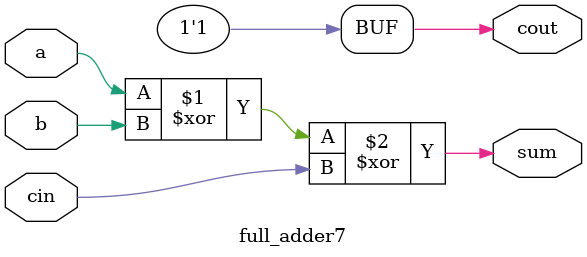
<source format=v>
module full_adder7(a,b,cin,sum,cout);
input a,b,cin;
output sum,cout;
assign sum = a^b^cin;
assign cout = 1'b1|cin&(a|b); 
// initial begin
//     $display("The incorrect adder with and0 and or2 having out/1 and in1/1");
// end   
endmodule
</source>
